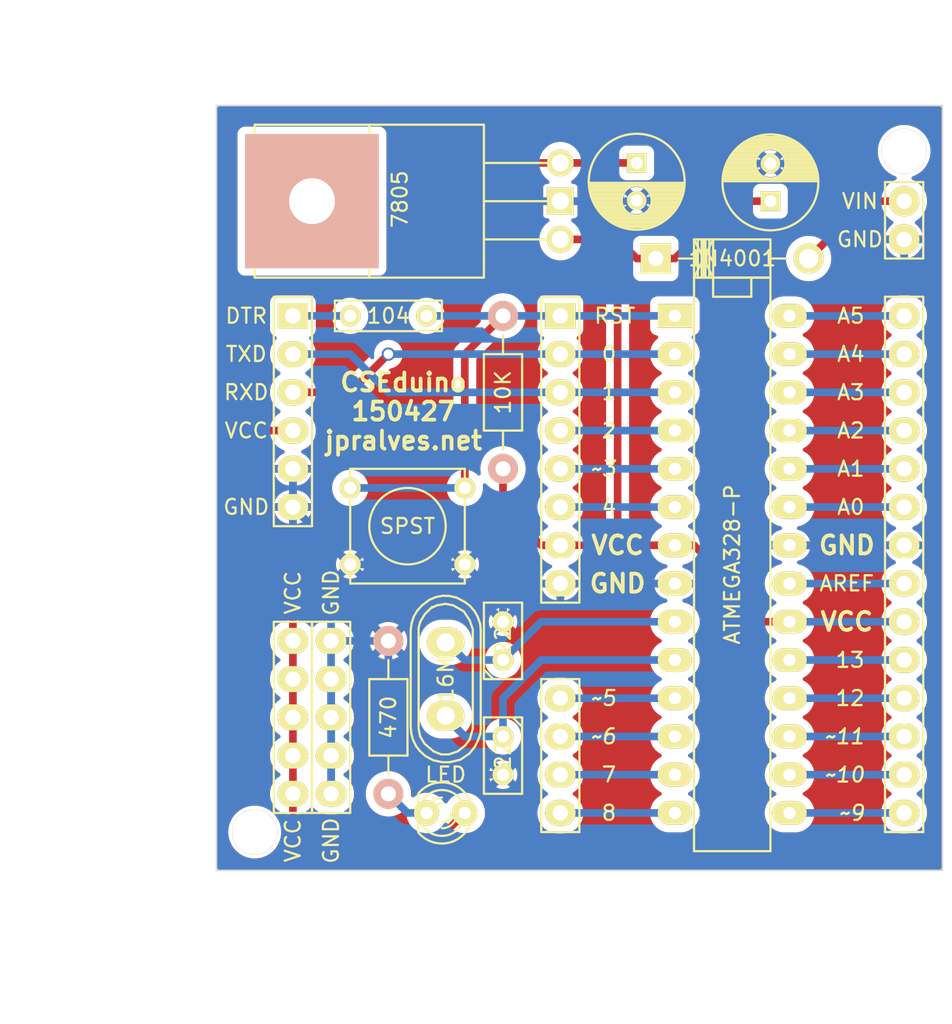
<source format=kicad_pcb>
(kicad_pcb (version 20221018) (generator pcbnew)
  (title_block (title "CSEduino - PCB edition") (date "17-4-2015") (rev "1.2") (company "Joao Alves"))
  (layers (0 "F.Cu" signal) (31 "B.Cu" signal) (36 "B.SilkS" user "B.Silkscreen") (37 "F.SilkS" user "F.Silkscreen") (38 "B.Mask" user) (39 "F.Mask" user) (44 "Edge.Cuts" user))
  (net 0 "")
  (net 1 "GND")
  (net 2 "Net-(C1-Pad1)")
  (net 3 "+5V")
  (net 4 "Net-(C3-Pad1)")
  (net 5 "Net-(C4-Pad1)")
  (net 6 "Net-(C5-Pad1)")
  (net 7 "Net-(C5-Pad2)")
  (net 8 "Net-(D1-Pad1)")
  (net 9 "Net-(IC1-Pad2)")
  (net 10 "Net-(IC1-Pad3)")
  (net 11 "Net-(IC1-Pad4)")
  (net 12 "Net-(IC1-Pad5)")
  (net 13 "Net-(IC1-Pad6)")
  (net 14 "Net-(IC1-Pad11)")
  (net 15 "Net-(IC1-Pad12)")
  (net 16 "Net-(IC1-Pad13)")
  (net 17 "Net-(IC1-Pad14)")
  (net 18 "Net-(IC1-Pad15)")
  (net 19 "Net-(IC1-Pad16)")
  (net 20 "Net-(IC1-Pad17)")
  (net 21 "Net-(IC1-Pad18)")
  (net 22 "Net-(IC1-Pad19)")
  (net 23 "Net-(IC1-Pad21)")
  (net 24 "Net-(IC1-Pad23)")
  (net 25 "Net-(IC1-Pad24)")
  (net 26 "Net-(IC1-Pad25)")
  (net 27 "Net-(IC1-Pad26)")
  (net 28 "Net-(IC1-Pad27)")
  (net 29 "Net-(IC1-Pad28)")
  (net 30 "Net-(D2-Pad2)")
  (footprint "Capacitors_ThroughHole:C_Radial_D6.3_L11.2_P2.5" (layer "F.Cu") (at 69.85 30.48 90)
    (fp_text reference "C1" hide)
    (fp_text value "100uF" hide)
    (pad "1" thru_hole rect (at 0 0 90) (size 1.3 1.3) (drill 0.8) (layers "*.Cu" "*.Mask" "F.SilkS") (net 2 "Net-(C1-Pad1)"))
    (pad "2" thru_hole circle (at 2.5 0 90) (size 1.3 1.3) (drill 0.8) (layers "*.Cu" "*.Mask" "F.SilkS") (net 1 "GND"))
  )
  (footprint "Discret:C1" (layer "F.Cu") (at 52.07 67.31 -90)
    (fp_text reference "C3" hide)
    (fp_text value "22" (at 0 0 270) (layer "F.SilkS"))
    (pad "1" thru_hole circle (at -1.27 0 270) (size 1.397 1.397) (drill 0.8128) (layers "*.Cu" "*.Mask" "F.SilkS") (net 4 "Net-(C3-Pad1)"))
    (pad "2" thru_hole circle (at 1.27 0 270) (size 1.397 1.397) (drill 0.8128) (layers "*.Cu" "*.Mask" "F.SilkS") (net 1 "GND"))
  )
  (footprint "Discret:C1" (layer "F.Cu") (at 52.07 59.69 90)
    (fp_text reference "C4" hide)
    (fp_text value "22" (at 0 0 90) (layer "F.SilkS"))
    (pad "1" thru_hole circle (at -1.27 0 90) (size 1.397 1.397) (drill 0.8128) (layers "*.Cu" "*.Mask" "F.SilkS") (net 5 "Net-(C4-Pad1)"))
    (pad "2" thru_hole circle (at 1.27 0 90) (size 1.397 1.397) (drill 0.8128) (layers "*.Cu" "*.Mask" "F.SilkS") (net 1 "GND"))
  )
  (footprint "Discret:C2" (layer "F.Cu") (at 44.45 38.1 180)
    (fp_text reference "C5" hide)
    (fp_text value "104" (at 0 0 180) (layer "F.SilkS"))
    (pad "1" thru_hole circle (at -2.54 0 180) (size 1.397 1.397) (drill 0.8128) (layers "*.Cu" "*.Mask" "F.SilkS") (net 6 "Net-(C5-Pad1)"))
    (pad "2" thru_hole circle (at 2.54 0 180) (size 1.397 1.397) (drill 0.8128) (layers "*.Cu" "*.Mask" "F.SilkS") (net 7 "Net-(C5-Pad2)"))
  )
  (footprint "LEDs:LED-3MM" (layer "F.Cu") (at 48.26 71.12 180)
    (fp_text reference "D2" hide)
    (fp_text value "LED" (at 0 2.54 180) (layer "F.SilkS"))
    (pad "1" thru_hole circle (at -1.27 0 180) (size 1.6764 1.6764) (drill 0.8128) (layers "*.Cu" "*.Mask" "F.SilkS") (net 3 "+5V"))
    (pad "2" thru_hole circle (at 1.27 0 180) (size 1.6764 1.6764) (drill 0.8128) (layers "*.Cu" "*.Mask" "F.SilkS") (net 30 "Net-(D2-Pad2)"))
  )
  (footprint "Sockets_DIP:DIP-28__300_ELL" (layer "F.Cu") (at 67.31 54.61 -90)
    (fp_text reference "IC1" hide)
    (fp_text value "ATMEGA328-P" (at 0 0 270) (layer "F.SilkS"))
    (pad "1" thru_hole rect (at -16.51 3.81 270) (size 1.5748 2.286) (drill 0.8128) (layers "*.Cu" "*.Mask" "F.SilkS") (net 6 "Net-(C5-Pad1)"))
    (pad "2" thru_hole oval (at -13.97 3.81 270) (size 1.5748 2.286) (drill 0.8128) (layers "*.Cu" "*.Mask" "F.SilkS") (net 9 "Net-(IC1-Pad2)"))
    (pad "3" thru_hole oval (at -11.43 3.81 270) (size 1.5748 2.286) (drill 0.8128) (layers "*.Cu" "*.Mask" "F.SilkS") (net 10 "Net-(IC1-Pad3)"))
    (pad "4" thru_hole oval (at -8.89 3.81 270) (size 1.5748 2.286) (drill 0.8128) (layers "*.Cu" "*.Mask" "F.SilkS") (net 11 "Net-(IC1-Pad4)"))
    (pad "5" thru_hole oval (at -6.35 3.81 270) (size 1.5748 2.286) (drill 0.8128) (layers "*.Cu" "*.Mask" "F.SilkS") (net 12 "Net-(IC1-Pad5)"))
    (pad "6" thru_hole oval (at -3.81 3.81 270) (size 1.5748 2.286) (drill 0.8128) (layers "*.Cu" "*.Mask" "F.SilkS") (net 13 "Net-(IC1-Pad6)"))
    (pad "7" thru_hole oval (at -1.27 3.81 270) (size 1.5748 2.286) (drill 0.8128) (layers "*.Cu" "*.Mask" "F.SilkS") (net 3 "+5V"))
    (pad "8" thru_hole oval (at 1.27 3.81 270) (size 1.5748 2.286) (drill 0.8128) (layers "*.Cu" "*.Mask" "F.SilkS") (net 1 "GND"))
    (pad "9" thru_hole oval (at 3.81 3.81 270) (size 1.5748 2.286) (drill 0.8128) (layers "*.Cu" "*.Mask" "F.SilkS") (net 5 "Net-(C4-Pad1)"))
    (pad "10" thru_hole oval (at 6.35 3.81 270) (size 1.5748 2.286) (drill 0.8128) (layers "*.Cu" "*.Mask" "F.SilkS") (net 4 "Net-(C3-Pad1)"))
    (pad "11" thru_hole oval (at 8.89 3.81 270) (size 1.5748 2.286) (drill 0.8128) (layers "*.Cu" "*.Mask" "F.SilkS") (net 14 "Net-(IC1-Pad11)"))
    (pad "12" thru_hole oval (at 11.43 3.81 270) (size 1.5748 2.286) (drill 0.8128) (layers "*.Cu" "*.Mask" "F.SilkS") (net 15 "Net-(IC1-Pad12)"))
    (pad "13" thru_hole oval (at 13.97 3.81 270) (size 1.5748 2.286) (drill 0.8128) (layers "*.Cu" "*.Mask" "F.SilkS") (net 16 "Net-(IC1-Pad13)"))
    (pad "14" thru_hole oval (at 16.51 3.81 270) (size 1.5748 2.286) (drill 0.8128) (layers "*.Cu" "*.Mask" "F.SilkS") (net 17 "Net-(IC1-Pad14)"))
    (pad "15" thru_hole oval (at 16.51 -3.81 270) (size 1.5748 2.286) (drill 0.8128) (layers "*.Cu" "*.Mask" "F.SilkS") (net 18 "Net-(IC1-Pad15)"))
    (pad "16" thru_hole oval (at 13.97 -3.81 270) (size 1.5748 2.286) (drill 0.8128) (layers "*.Cu" "*.Mask" "F.SilkS") (net 19 "Net-(IC1-Pad16)"))
    (pad "17" thru_hole oval (at 11.43 -3.81 270) (size 1.5748 2.286) (drill 0.8128) (layers "*.Cu" "*.Mask" "F.SilkS") (net 20 "Net-(IC1-Pad17)"))
    (pad "18" thru_hole oval (at 8.89 -3.81 270) (size 1.5748 2.286) (drill 0.8128) (layers "*.Cu" "*.Mask" "F.SilkS") (net 21 "Net-(IC1-Pad18)"))
    (pad "19" thru_hole oval (at 6.35 -3.81 270) (size 1.5748 2.286) (drill 0.8128) (layers "*.Cu" "*.Mask" "F.SilkS") (net 22 "Net-(IC1-Pad19)"))
    (pad "20" thru_hole oval (at 3.81 -3.81 270) (size 1.5748 2.286) (drill 0.8128) (layers "*.Cu" "*.Mask" "F.SilkS") (net 3 "+5V"))
    (pad "21" thru_hole oval (at 1.27 -3.81 270) (size 1.5748 2.286) (drill 0.8128) (layers "*.Cu" "*.Mask" "F.SilkS") (net 23 "Net-(IC1-Pad21)"))
    (pad "22" thru_hole oval (at -1.27 -3.81 270) (size 1.5748 2.286) (drill 0.8128) (layers "*.Cu" "*.Mask" "F.SilkS") (net 1 "GND"))
    (pad "23" thru_hole oval (at -3.81 -3.81 270) (size 1.5748 2.286) (drill 0.8128) (layers "*.Cu" "*.Mask" "F.SilkS") (net 24 "Net-(IC1-Pad23)"))
    (pad "24" thru_hole oval (at -6.35 -3.81 270) (size 1.5748 2.286) (drill 0.8128) (layers "*.Cu" "*.Mask" "F.SilkS") (net 25 "Net-(IC1-Pad24)"))
    (pad "25" thru_hole oval (at -8.89 -3.81 270) (size 1.5748 2.286) (drill 0.8128) (layers "*.Cu" "*.Mask" "F.SilkS") (net 26 "Net-(IC1-Pad25)"))
    (pad "26" thru_hole oval (at -11.43 -3.81 270) (size 1.5748 2.286) (drill 0.8128) (layers "*.Cu" "*.Mask" "F.SilkS") (net 27 "Net-(IC1-Pad26)"))
    (pad "27" thru_hole oval (at -13.97 -3.81 270) (size 1.5748 2.286) (drill 0.8128) (layers "*.Cu" "*.Mask" "F.SilkS") (net 28 "Net-(IC1-Pad27)"))
    (pad "28" thru_hole oval (at -16.51 -3.81 270) (size 1.5748 2.286) (drill 0.8128) (layers "*.Cu" "*.Mask" "F.SilkS") (net 29 "Net-(IC1-Pad28)"))
  )
  (footprint "Pin_Headers:Pin_Header_Straight_1x02" (layer "F.Cu") (at 78.74 30.48)
    (fp_text reference "P1" hide)
    (fp_text value "CONN_01X02" hide)
    (pad "1" thru_hole oval (at 0 0) (size 2.032 2.032) (drill 1.016) (layers "*.Cu" "*.Mask" "F.SilkS") (net 8 "Net-(D1-Pad1)"))
    (pad "2" thru_hole oval (at 0 2.54) (size 2.032 2.032) (drill 1.016) (layers "*.Cu" "*.Mask" "F.SilkS") (net 1 "GND"))
  )
  (footprint "Pin_Headers:Pin_Header_Straight_1x14" (layer "F.Cu") (at 78.74 71.12 180)
    (fp_text reference "P2" hide)
    (fp_text value "CONN_01X14" hide)
    (pad "1" thru_hole oval (at 0 0 180) (size 2.032 1.7272) (drill 1.016) (layers "*.Cu" "*.Mask" "F.SilkS") (net 18 "Net-(IC1-Pad15)"))
    (pad "2" thru_hole oval (at 0 2.54 180) (size 2.032 1.7272) (drill 1.016) (layers "*.Cu" "*.Mask" "F.SilkS") (net 19 "Net-(IC1-Pad16)"))
    (pad "3" thru_hole oval (at 0 5.08 180) (size 2.032 1.7272) (drill 1.016) (layers "*.Cu" "*.Mask" "F.SilkS") (net 20 "Net-(IC1-Pad17)"))
    (pad "4" thru_hole oval (at 0 7.62 180) (size 2.032 1.7272) (drill 1.016) (layers "*.Cu" "*.Mask" "F.SilkS") (net 21 "Net-(IC1-Pad18)"))
    (pad "5" thru_hole oval (at 0 10.16 180) (size 2.032 1.7272) (drill 1.016) (layers "*.Cu" "*.Mask" "F.SilkS") (net 22 "Net-(IC1-Pad19)"))
    (pad "6" thru_hole oval (at 0 12.7 180) (size 2.032 1.7272) (drill 1.016) (layers "*.Cu" "*.Mask" "F.SilkS") (net 3 "+5V"))
    (pad "7" thru_hole oval (at 0 15.24 180) (size 2.032 1.7272) (drill 1.016) (layers "*.Cu" "*.Mask" "F.SilkS") (net 23 "Net-(IC1-Pad21)"))
    (pad "8" thru_hole oval (at 0 17.78 180) (size 2.032 1.7272) (drill 1.016) (layers "*.Cu" "*.Mask" "F.SilkS") (net 1 "GND"))
    (pad "9" thru_hole oval (at 0 20.32 180) (size 2.032 1.7272) (drill 1.016) (layers "*.Cu" "*.Mask" "F.SilkS") (net 24 "Net-(IC1-Pad23)"))
    (pad "10" thru_hole oval (at 0 22.86 180) (size 2.032 1.7272) (drill 1.016) (layers "*.Cu" "*.Mask" "F.SilkS") (net 25 "Net-(IC1-Pad24)"))
    (pad "11" thru_hole oval (at 0 25.4 180) (size 2.032 1.7272) (drill 1.016) (layers "*.Cu" "*.Mask" "F.SilkS") (net 26 "Net-(IC1-Pad25)"))
    (pad "12" thru_hole oval (at 0 27.94 180) (size 2.032 1.7272) (drill 1.016) (layers "*.Cu" "*.Mask" "F.SilkS") (net 27 "Net-(IC1-Pad26)"))
    (pad "13" thru_hole oval (at 0 30.48 180) (size 2.032 1.7272) (drill 1.016) (layers "*.Cu" "*.Mask" "F.SilkS") (net 28 "Net-(IC1-Pad27)"))
    (pad "14" thru_hole oval (at 0 33.02 180) (size 2.032 1.7272) (drill 1.016) (layers "*.Cu" "*.Mask" "F.SilkS") (net 29 "Net-(IC1-Pad28)"))
  )
  (footprint "Pin_Headers:Pin_Header_Straight_1x04" (layer "F.Cu") (at 55.88 63.5)
    (fp_text reference "P3" hide)
    (fp_text value "CONN_01X04" hide)
    (pad "1" thru_hole oval (at 0 0) (size 2.032 1.7272) (drill 1.016) (layers "*.Cu" "*.Mask" "F.SilkS") (net 14 "Net-(IC1-Pad11)"))
    (pad "2" thru_hole oval (at 0 2.54) (size 2.032 1.7272) (drill 1.016) (layers "*.Cu" "*.Mask" "F.SilkS") (net 15 "Net-(IC1-Pad12)"))
    (pad "3" thru_hole oval (at 0 5.08) (size 2.032 1.7272) (drill 1.016) (layers "*.Cu" "*.Mask" "F.SilkS") (net 16 "Net-(IC1-Pad13)"))
    (pad "4" thru_hole oval (at 0 7.62) (size 2.032 1.7272) (drill 1.016) (layers "*.Cu" "*.Mask" "F.SilkS") (net 17 "Net-(IC1-Pad14)"))
  )
  (footprint "Pin_Headers:Pin_Header_Straight_1x08" (layer "F.Cu") (at 55.88 38.1)
    (fp_text reference "P4" hide)
    (fp_text value "CONN_01X08" hide)
    (pad "1" thru_hole rect (at 0 0) (size 2.032 1.7272) (drill 1.016) (layers "*.Cu" "*.Mask" "F.SilkS") (net 6 "Net-(C5-Pad1)"))
    (pad "2" thru_hole oval (at 0 2.54) (size 2.032 1.7272) (drill 1.016) (layers "*.Cu" "*.Mask" "F.SilkS") (net 9 "Net-(IC1-Pad2)"))
    (pad "3" thru_hole oval (at 0 5.08) (size 2.032 1.7272) (drill 1.016) (layers "*.Cu" "*.Mask" "F.SilkS") (net 10 "Net-(IC1-Pad3)"))
    (pad "4" thru_hole oval (at 0 7.62) (size 2.032 1.7272) (drill 1.016) (layers "*.Cu" "*.Mask" "F.SilkS") (net 11 "Net-(IC1-Pad4)"))
    (pad "5" thru_hole oval (at 0 10.16) (size 2.032 1.7272) (drill 1.016) (layers "*.Cu" "*.Mask" "F.SilkS") (net 12 "Net-(IC1-Pad5)"))
    (pad "6" thru_hole oval (at 0 12.7) (size 2.032 1.7272) (drill 1.016) (layers "*.Cu" "*.Mask" "F.SilkS") (net 13 "Net-(IC1-Pad6)"))
    (pad "7" thru_hole oval (at 0 15.24) (size 2.032 1.7272) (drill 1.016) (layers "*.Cu" "*.Mask" "F.SilkS") (net 3 "+5V"))
    (pad "8" thru_hole oval (at 0 17.78) (size 2.032 1.7272) (drill 1.016) (layers "*.Cu" "*.Mask" "F.SilkS") (net 1 "GND"))
  )
  (footprint "Pin_Headers:Pin_Header_Straight_1x06" (layer "F.Cu") (at 38.1 38.1)
    (fp_text reference "P5" hide)
    (fp_text value "CONN_01X06" hide)
    (pad "1" thru_hole rect (at 0 0) (size 2.032 1.7272) (drill 1.016) (layers "*.Cu" "*.Mask" "F.SilkS") (net 7 "Net-(C5-Pad2)"))
    (pad "2" thru_hole oval (at 0 2.54) (size 2.032 1.7272) (drill 1.016) (layers "*.Cu" "*.Mask" "F.SilkS") (net 10 "Net-(IC1-Pad3)"))
    (pad "3" thru_hole oval (at 0 5.08) (size 2.032 1.7272) (drill 1.016) (layers "*.Cu" "*.Mask" "F.SilkS") (net 9 "Net-(IC1-Pad2)"))
    (pad "4" thru_hole oval (at 0 7.62) (size 2.032 1.7272) (drill 1.016) (layers "*.Cu" "*.Mask" "F.SilkS") (net 3 "+5V"))
    (pad "5" thru_hole oval (at 0 10.16) (size 2.032 1.7272) (drill 1.016) (layers "*.Cu" "*.Mask" "F.SilkS") (net 1 "GND"))
    (pad "6" thru_hole oval (at 0 12.7) (size 2.032 1.7272) (drill 1.016) (layers "*.Cu" "*.Mask" "F.SilkS") (net 1 "GND"))
  )
  (footprint "Resistors_ThroughHole:Resistor_Horizontal_RM10mm" (layer "F.Cu") (at 44.45 64.77 90)
    (fp_text reference "R1" hide)
    (fp_text value "470" (at 0 0 90) (layer "F.SilkS"))
    (pad "1" thru_hole circle (at -5.08 0 90) (size 1.99898 1.99898) (drill 1.00076) (layers "*.Cu" "*.SilkS" "*.Mask") (net 30 "Net-(D2-Pad2)"))
    (pad "2" thru_hole circle (at 5.08 0 90) (size 1.99898 1.99898) (drill 1.00076) (layers "*.Cu" "*.SilkS" "*.Mask") (net 1 "GND"))
  )
  (footprint "Resistors_ThroughHole:Resistor_Horizontal_RM10mm" (layer "F.Cu") (at 52.07 43.18 90)
    (fp_text reference "R2" hide)
    (fp_text value "10K" (at 0 0 90) (layer "F.SilkS"))
    (pad "1" thru_hole circle (at -5.08 0 90) (size 1.99898 1.99898) (drill 1.00076) (layers "*.Cu" "*.SilkS" "*.Mask") (net 3 "+5V"))
    (pad "2" thru_hole circle (at 5.08 0 90) (size 1.99898 1.99898) (drill 1.00076) (layers "*.Cu" "*.SilkS" "*.Mask") (net 6 "Net-(C5-Pad1)"))
  )
  (footprint "Discret:SW_PUSH_SMALL" (layer "F.Cu") (at 45.72 52.07)
    (fp_text reference "SW1" hide)
    (fp_text value "SPST" (at 0 0) (layer "F.SilkS"))
    (pad "1" thru_hole circle (at -3.81 -2.54) (size 1.397 1.397) (drill 0.8128) (layers "*.Cu" "*.Mask" "F.SilkS") (net 6 "Net-(C5-Pad1)"))
    (pad "1" thru_hole circle (at 3.81 -2.54) (size 1.397 1.397) (drill 0.8128) (layers "*.Cu" "*.Mask" "F.SilkS") (net 6 "Net-(C5-Pad1)"))
    (pad "2" thru_hole circle (at -3.81 2.54) (size 1.397 1.397) (drill 0.8128) (layers "*.Cu" "*.Mask" "F.SilkS") (net 1 "GND"))
    (pad "2" thru_hole circle (at 3.81 2.54) (size 1.397 1.397) (drill 0.8128) (layers "*.Cu" "*.Mask" "F.SilkS") (net 1 "GND"))
  )
  (footprint "Discret:LM78XX" (layer "F.Cu") (at 55.88 30.48 180)
    (fp_text reference "U1" hide)
    (fp_text value "7805" (at 10.668 0.127 270) (layer "F.SilkS"))
    (pad "4" thru_hole rect (at 16.51 0 180) (size 8.89 8.89) (drill 3.048) (layers "*.Cu" "*.SilkS" "*.Mask"))
    (pad "GND" thru_hole rect (at 0 0 180) (size 1.778 1.778) (drill 1.143) (layers "*.Cu" "*.Mask" "F.SilkS") (net 1 "GND"))
    (pad "VI" thru_hole circle (at 0 -2.54 180) (size 1.778 1.778) (drill 1.143) (layers "*.Cu" "*.Mask" "F.SilkS") (net 2 "Net-(C1-Pad1)"))
    (pad "VO" thru_hole circle (at 0 2.54 180) (size 1.778 1.778) (drill 1.143) (layers "*.Cu" "*.Mask" "F.SilkS") (net 3 "+5V"))
  )
  (footprint "Crystal_HC50-U_Vertical" (layer "F.Cu") (at 48.26 62.23 90)
    (fp_text reference "X1" hide)
    (fp_text value "16M" (at 0 0 90) (layer "F.SilkS"))
    (pad "1" thru_hole oval (at -2.44094 0 90) (size 1.99898 2.49936) (drill 1.19888) (layers "*.Cu" "*.Mask" "F.SilkS") (net 4 "Net-(C3-Pad1)"))
    (pad "2" thru_hole oval (at 2.44094 0 90) (size 1.99898 2.49936) (drill 1.19888) (layers "*.Cu" "*.Mask" "F.SilkS") (net 5 "Net-(C4-Pad1)"))
  )
  (footprint "Capacitors_ThroughHole:C_Radial_D6.3_L11.2_P2.5" (layer "F.Cu") (at 60.96 27.94 -90)
    (fp_text reference "C2" hide)
    (fp_text value "100uF" hide)
    (pad "1" thru_hole rect (at 0 0 270) (size 1.3 1.3) (drill 0.8) (layers "*.Cu" "*.Mask" "F.SilkS") (net 3 "+5V"))
    (pad "2" thru_hole circle (at 2.5 0 270) (size 1.3 1.3) (drill 0.8) (layers "*.Cu" "*.Mask" "F.SilkS") (net 1 "GND"))
  )
  (footprint "Diodes_ThroughHole:Diode_DO-41_SOD81_Horizontal_RM10" (layer "F.Cu") (at 67.31 34.29 180)
    (fp_text reference "D1" hide)
    (fp_text value "1N4001" (at 0 0 180) (layer "F.SilkS"))
    (pad "1" thru_hole circle (at -5.08 0 180) (size 1.99898 1.99898) (drill 1.27) (layers "*.Cu" "*.Mask" "F.SilkS") (net 8 "Net-(D1-Pad1)"))
    (pad "2" thru_hole rect (at 5.08 0 180) (size 1.99898 1.99898) (drill 1.00076) (layers "*.Cu" "*.Mask" "F.SilkS") (net 2 "Net-(C1-Pad1)"))
  )
  (footprint "Pin_Headers:Pin_Header_Straight_1x05" (layer "F.Cu") (at 38.1 59.69)
    (fp_text reference "REF**" hide)
    (fp_text value "VCC" (at 0 -3.2 90) (layer "F.SilkS"))
    (pad "1" thru_hole oval (at 0 0) (size 2.032 1.7272) (drill 1.016) (layers "*.Cu" "*.Mask" "F.SilkS"))
    (pad "2" thru_hole oval (at 0 2.54) (size 2.032 1.7272) (drill 1.016) (layers "*.Cu" "*.Mask" "F.SilkS"))
    (pad "3" thru_hole oval (at 0 5.08) (size 2.032 1.7272) (drill 1.016) (layers "*.Cu" "*.Mask" "F.SilkS"))
    (pad "4" thru_hole oval (at 0 7.62) (size 2.032 1.7272) (drill 1.016) (layers "*.Cu" "*.Mask" "F.SilkS"))
    (pad "5" thru_hole oval (at 0 10.16) (size 2.032 1.7272) (drill 1.016) (layers "*.Cu" "*.Mask" "F.SilkS"))
  )
  (footprint "Pin_Headers:Pin_Header_Straight_1x05" (layer "F.Cu") (at 40.64 59.69)
    (fp_text reference "REF**" hide)
    (fp_text value "GND" (at 0 -3.2 90) (layer "F.SilkS"))
    (pad "1" thru_hole oval (at 0 0) (size 2.032 1.7272) (drill 1.016) (layers "*.Cu" "*.Mask" "F.SilkS"))
    (pad "2" thru_hole oval (at 0 2.54) (size 2.032 1.7272) (drill 1.016) (layers "*.Cu" "*.Mask" "F.SilkS"))
    (pad "3" thru_hole oval (at 0 5.08) (size 2.032 1.7272) (drill 1.016) (layers "*.Cu" "*.Mask" "F.SilkS"))
    (pad "4" thru_hole oval (at 0 7.62) (size 2.032 1.7272) (drill 1.016) (layers "*.Cu" "*.Mask" "F.SilkS"))
    (pad "5" thru_hole oval (at 0 10.16) (size 2.032 1.7272) (drill 1.016) (layers "*.Cu" "*.Mask" "F.SilkS"))
  )
  (footprint "Mounting_Holes:MountingHole_3mm" (layer "F.Cu") (at 78.74 26.67)
    (fp_text reference "REF**" hide)
    (fp_text value "MountingHole_3mm" hide)
    (pad "" thru_hole circle (at 0 0.5) (size 3 3) (drill 3) (layers))
  )
  (footprint "Mounting_Holes:MountingHole_3mm" (layer "F.Cu") (at 35.56 72.39)
    (fp_text reference "REF**" hide)
    (fp_text value "MountingHole_3mm" hide)
    (pad "" thru_hole circle (at 0 0) (size 3 3) (drill 3) (layers))
  )
  (gr_line (start 33.02 74.93) (end 33.02 24.13) (stroke (width 0.1)) (layer "Edge.Cuts"))
  (gr_line (start 81.28 24.13) (end 81.28 74.93) (stroke (width 0.1)) (layer "Edge.Cuts"))
  (gr_line (start 81.28 74.93) (end 33.02 74.93) (stroke (width 0.1)) (layer "Edge.Cuts"))
  (gr_line (start 33.02 24.13) (end 81.28 24.13) (stroke (width 0.1)) (layer "Edge.Cuts"))
  (gr_text "7" (at 59.69 68.58) (layer "F.SilkS") (effects (font (size 1 1)) (justify right)))
  (gr_text "GND" (at 75.8 33.02) (layer "F.SilkS") (effects (font (size 1 1))))
  (gr_text "A0" (at 76.2 50.8) (layer "F.SilkS") (effects (font (size 1 1)) (justify right)))
  (gr_text "GND" (at 59.69 55.88) (layer "F.SilkS") (effects (font (size 1.2 1.2) (thickness 0.25))))
  (gr_text "VIN" (at 75.8 30.48) (layer "F.SilkS") (effects (font (size 1 1))))
  (gr_text "~5" (at 59.69 63.5) (layer "F.SilkS") (effects (font (size 1 1) (thickness 0.15) italic) (justify right)))
  (gr_text "A1" (at 76.2 48.26) (layer "F.SilkS") (effects (font (size 1 1)) (justify right)))
  (gr_text "~10" (at 76.2 68.58) (layer "F.SilkS") (effects (font (size 1 1) (thickness 0.15) italic) (justify right)))
  (gr_text "RST" (at 60.96 38.1) (layer "F.SilkS") (effects (font (size 1 1)) (justify right)))
  (gr_text "~3" (at 59.69 48.26) (layer "F.SilkS") (effects (font (size 1 1) (thickness 0.15) italic) (justify right)))
  (gr_text "A3" (at 76.2 43.18) (layer "F.SilkS") (effects (font (size 1 1)) (justify right)))
  (gr_text "RXD" (at 35 43.18) (layer "F.SilkS") (effects (font (size 1 1))))
  (gr_text "VCC" (at 74.93 58.42) (layer "F.SilkS") (effects (font (size 1.2 1.2) (thickness 0.25))))
  (gr_text "1" (at 59.69 43.18) (layer "F.SilkS") (effects (font (size 1 1)) (justify right)))
  (gr_text "A2" (at 76.2 45.72) (layer "F.SilkS") (effects (font (size 1 1)) (justify right)))
  (gr_text "AREF" (at 74.93 55.88) (layer "F.SilkS") (effects (font (size 1 1))))
  (gr_text "GND" (at 35 50.8) (layer "F.SilkS") (effects (font (size 1 1))))
  (gr_text "2" (at 59.69 45.72) (layer "F.SilkS") (effects (font (size 1 1)) (justify right)))
  (gr_text "4" (at 59.69 50.8) (layer "F.SilkS") (effects (font (size 1 1)) (justify right)))
  (gr_text "A5" (at 76.2 38.1) (layer "F.SilkS") (effects (font (size 1 1)) (justify right)))
  (gr_text "~6" (at 59.69 66.04) (layer "F.SilkS") (effects (font (size 1 1) (thickness 0.15) italic) (justify right)))
  (gr_text "VCC" (at 59.69 53.34) (layer "F.SilkS") (effects (font (size 1.2 1.2) (thickness 0.25))))
  (gr_text "GND" (at 40.64 72.96 90) (layer "F.SilkS") (effects (font (size 1 1))))
  (gr_text "DTR" (at 35 38.1) (layer "F.SilkS") (effects (font (size 1 1))))
  (gr_text "GND" (at 74.93 53.34) (layer "F.SilkS") (effects (font (size 1.2 1.2) (thickness 0.25))))
  (gr_text "VCC" (at 35 45.72) (layer "F.SilkS") (effects (font (size 1 1))))
  (gr_text "~11" (at 76.2 66.04) (layer "F.SilkS") (effects (font (size 1 1) (thickness 0.15) italic) (justify right)))
  (gr_text "VCC" (at 38.1 72.96 90) (layer "F.SilkS") (effects (font (size 1 1))))
  (gr_text "~9" (at 76.2 71.12) (layer "F.SilkS") (effects (font (size 1 1) (thickness 0.15) italic) (justify right)))
  (gr_text "13" (at 76.2 60.96) (layer "F.SilkS") (effects (font (size 1 1)) (justify right)))
  (gr_text "A4" (at 76.2 40.64) (layer "F.SilkS") (effects (font (size 1 1)) (justify right)))
  (gr_text "12" (at 76.2 63.5) (layer "F.SilkS") (effects (font (size 1 1)) (justify right)))
  (gr_text "TXD" (at 35 40.64) (layer "F.SilkS") (effects (font (size 1 1))))
  (gr_text "CSEduino\n150427\njpralves.net" (at 45.45 44.45) (layer "F.SilkS") (effects (font (size 1.2 1.2) (thickness 0.25))))
  (gr_text "0" (at 59.69 40.64) (layer "F.SilkS") (effects (font (size 1 1)) (justify right)))
  (gr_text "8" (at 59.69 71.12) (layer "F.SilkS") (effects (font (size 1 1)) (justify right)))
  (segment (start 49.53 54.61) (end 49.53 54.61) (width 0.508) (layer "B.Cu") (net 1))
  (segment (start 40.64 67.31) (end 40.64 64.77) (width 0.508) (layer "B.Cu") (net 1))
  (segment (start 40.64 64.77) (end 40.64 62.23) (width 0.508) (layer "B.Cu") (net 1))
  (segment (start 63.5 55.88) (end 55.88 55.88) (width 0.508) (layer "B.Cu") (net 1))
  (segment (start 55.88 55.88) (end 50.8 55.88) (width 0.508) (layer "B.Cu") (net 1))
  (segment (start 50.8 55.88) (end 52.07 57.15) (width 0.508) (layer "B.Cu") (net 1))
  (segment (start 52.07 57.15) (end 52.07 58.42) (width 0.508) (layer "B.Cu") (net 1))
  (segment (start 49.53 54.61) (end 41.91 54.61) (width 0.508) (layer "B.Cu") (net 1))
  (segment (start 38.1 50.8) (end 38.1 48.26) (width 0.508) (layer "B.Cu") (net 1))
  (segment (start 67.31 55.88) (end 69.85 53.34) (width 0.508) (layer "B.Cu") (net 1))
  (segment (start 44.45 66.04) (end 46.99 68.58) (width 0.508) (layer "B.Cu") (net 1))
  (segment (start 46.99 68.58) (end 52.07 68.58) (width 0.508) (layer "B.Cu") (net 1))
  (segment (start 76.2 33.02) (end 72.43 27.98) (width 0.508) (layer "B.Cu") (net 1))
  (segment (start 72.43 27.98) (end 66.08 27.98) (width 0.508) (layer "B.Cu") (net 1))
  (segment (start 66.08 27.98) (end 63.62 30.44) (width 0.508) (layer "B.Cu") (net 1))
  (segment (start 69.85 53.34) (end 67.31 50.8) (width 0.508) (layer "B.Cu") (net 1))
  (segment (start 67.31 50.8) (end 67.31 34.13) (width 0.508) (layer "B.Cu") (net 1))
  (segment (start 67.31 34.13) (end 63.62 30.44) (width 0.508) (layer "B.Cu") (net 1))
  (segment (start 60.96 30.44) (end 60.92 30.48) (width 0.508) (layer "B.Cu") (net 1))
  (segment (start 60.92 30.48) (end 55.88 30.48) (width 0.508) (layer "B.Cu") (net 1))
  (segment (start 40.64 62.23) (end 40.64 64.77) (width 0.508) (layer "B.Cu") (net 1))
  (segment (start 40.64 64.77) (end 40.64 67.31) (width 0.508) (layer "B.Cu") (net 1))
  (segment (start 40.64 67.31) (end 40.64 69.85) (width 0.508) (layer "B.Cu") (net 1))
  (segment (start 40.64 55.88) (end 40.64 58.42) (width 0.508) (layer "B.Cu") (net 1))
  (segment (start 40.64 58.42) (end 40.64 59.69) (width 0.508) (layer "B.Cu") (net 1))
  (segment (start 40.64 59.69) (end 40.64 62.23) (width 0.508) (layer "B.Cu") (net 1))
  (segment (start 63.62 30.44) (end 60.96 30.44) (width 0.508) (layer "B.Cu") (net 1))
  (segment (start 50.8 55.88) (end 49.53 54.61) (width 0.508) (layer "B.Cu") (net 1))
  (segment (start 78.74 33.02) (end 76.2 33.02) (width 0.508) (layer "B.Cu") (net 1))
  (segment (start 41.91 54.61) (end 40.64 55.88) (width 0.508) (layer "B.Cu") (net 1))
  (segment (start 69.85 27.98) (end 66.08 27.98) (width 0.508) (layer "B.Cu") (net 1))
  (segment (start 63.5 55.88) (end 67.31 55.88) (width 0.508) (layer "B.Cu") (net 1))
  (segment (start 69.85 53.34) (end 78.74 53.34) (width 0.508) (layer "B.Cu") (net 1))
  (segment (start 44.45 59.69) (end 40.64 59.69) (width 0.508) (layer "B.Cu") (net 1))
  (segment (start 44.45 59.69) (end 44.45 66.04) (width 0.508) (layer "B.Cu") (net 1))
  (segment (start 41.91 54.61) (end 38.1 50.8) (width 0.508) (layer "B.Cu") (net 1))
  (segment (start 71.12 53.34) (end 69.85 53.34) (width 0.508) (layer "B.Cu") (net 1))
  (segment (start 40.64 69.85) (end 40.64 67.31) (width 0.508) (layer "B.Cu") (net 1))
  (segment (start 59.69 33.02) (end 60.96 34.29) (width 0.508) (layer "F.Cu") (net 2))
  (segment (start 60.96 34.29) (end 62.23 34.29) (width 0.508) (layer "F.Cu") (net 2))
  (segment (start 63.5 34.29) (end 67.31 30.48) (width 0.508) (layer "F.Cu") (net 2))
  (segment (start 67.31 30.48) (end 69.85 30.48) (width 0.508) (layer "F.Cu") (net 2))
  (segment (start 55.88 33.02) (end 59.69 33.02) (width 0.508) (layer "F.Cu") (net 2))
  (segment (start 62.23 34.29) (end 63.5 34.29) (width 0.508) (layer "F.Cu") (net 2))
  (segment (start 58.42 53.34) (end 59.69 53.34) (width 0.508) (layer "F.Cu") (net 3))
  (segment (start 64.77 53.34) (end 67.31 55.88) (width 0.508) (layer "F.Cu") (net 3))
  (segment (start 67.31 55.88) (end 67.31 57.15) (width 0.508) (layer "F.Cu") (net 3))
  (segment (start 67.31 57.15) (end 68.58 58.42) (width 0.508) (layer "F.Cu") (net 3))
  (segment (start 68.58 58.42) (end 71.12 58.42) (width 0.508) (layer "F.Cu") (net 3))
  (segment (start 53.34 27.94) (end 52.07 29.21) (width 0.508) (layer "F.Cu") (net 3))
  (segment (start 52.07 29.21) (end 52.07 34.29) (width 0.508) (layer "F.Cu") (net 3))
  (segment (start 52.07 34.29) (end 53.34 35.56) (width 0.508) (layer "F.Cu") (net 3))
  (segment (start 53.34 35.56) (end 58.42 35.56) (width 0.508) (layer "F.Cu") (net 3))
  (segment (start 58.42 35.56) (end 59.69 36.83) (width 0.508) (layer "F.Cu") (net 3))
  (segment (start 59.69 36.83) (end 59.69 53.34) (width 0.508) (layer "F.Cu") (net 3))
  (segment (start 59.69 53.34) (end 63.5 53.34) (width 0.508) (layer "F.Cu") (net 3))
  (segment (start 35.56 45.72) (end 35.56 52.07) (width 0.508) (layer "F.Cu") (net 3))
  (segment (start 35.56 52.07) (end 38.1 54.61) (width 0.508) (layer "F.Cu") (net 3))
  (segment (start 38.1 54.61) (end 38.1 72.39) (width 0.508) (layer "F.Cu") (net 3))
  (segment (start 54.61 53.34) (end 53.34 52.07) (width 0.508) (layer "F.Cu") (net 3))
  (segment (start 52.07 50.8) (end 52.07 48.26) (width 0.508) (layer "F.Cu") (net 3))
  (segment (start 40.64 52.07) (end 53.34 52.07) (width 0.508) (layer "F.Cu") (net 3))
  (segment (start 53.34 52.07) (end 52.07 50.8) (width 0.508) (layer "F.Cu") (net 3))
  (segment (start 39.37 73.66) (end 46.99 73.66) (width 0.508) (layer "F.Cu") (net 3))
  (segment (start 46.99 73.66) (end 48.26 72.39) (width 0.508) (layer "F.Cu") (net 3))
  (segment (start 48.26 72.39) (end 49.53 71.12) (width 0.508) (layer "F.Cu") (net 3))
  (segment (start 38.1 45.72) (end 35.56 45.72) (width 0.508) (layer "F.Cu") (net 3))
  (segment (start 63.5 53.34) (end 64.77 53.34) (width 0.508) (layer "F.Cu") (net 3))
  (segment (start 55.88 27.94) (end 60.96 27.94) (width 0.508) (layer "F.Cu") (net 3))
  (segment (start 38.1 72.39) (end 39.37 73.66) (width 0.508) (layer "F.Cu") (net 3))
  (segment (start 55.88 53.34) (end 54.61 53.34) (width 0.508) (layer "F.Cu") (net 3))
  (segment (start 55.88 27.94) (end 53.34 27.94) (width 0.508) (layer "F.Cu") (net 3))
  (segment (start 38.1 54.61) (end 40.64 52.07) (width 0.508) (layer "F.Cu") (net 3))
  (segment (start 58.42 53.34) (end 55.88 53.34) (width 0.508) (layer "F.Cu") (net 3))
  (via (at 71.12 58.42) (size 0.889) (drill 0.635) (layers "F.Cu" "B.Cu") (net 3))
  (segment (start 71.12 58.42) (end 78.74 58.42) (width 0.508) (layer "B.Cu") (net 3))
  (segment (start 52.07 66.04) (end 52.07 63.5) (width 0.508) (layer "B.Cu") (net 4))
  (segment (start 52.07 63.5) (end 54.61 60.96) (width 0.508) (layer "B.Cu") (net 4))
  (segment (start 54.61 60.96) (end 63.5 60.96) (width 0.508) (layer "B.Cu") (net 4))
  (segment (start 49.53 66.04) (end 48.26 64.77) (width 0.508) (layer "B.Cu") (net 4))
  (segment (start 48.26 64.77) (end 48.26 64.67094) (width 0.508) (layer "B.Cu") (net 4))
  (segment (start 52.07 66.04) (end 49.53 66.04) (width 0.508) (layer "B.Cu") (net 4))
  (segment (start 51.97094 61.05906) (end 52.07 60.96) (width 0.508) (layer "B.Cu") (net 5))
  (segment (start 54.61 58.42) (end 52.07 60.96) (width 0.508) (layer "B.Cu") (net 5))
  (segment (start 49.53 60.96) (end 48.35906 59.78906) (width 0.508) (layer "B.Cu") (net 5))
  (segment (start 48.35906 59.78906) (end 48.26 59.78906) (width 0.508) (layer "B.Cu") (net 5))
  (segment (start 63.5 58.42) (end 54.61 58.42) (width 0.508) (layer "B.Cu") (net 5))
  (segment (start 52.07 60.96) (end 49.53 60.96) (width 0.508) (layer "B.Cu") (net 5))
  (segment (start 52.07 60.96) (end 52.07 60.96) (width 0.508) (layer "B.Cu") (net 5))
  (segment (start 49.53 40.64) (end 49.53 49.53) (width 0.508) (layer "F.Cu") (net 6))
  (segment (start 52.07 38.1) (end 49.53 40.64) (width 0.508) (layer "F.Cu") (net 6))
  (segment (start 52.07 38.1) (end 55.88 38.1) (width 0.508) (layer "B.Cu") (net 6))
  (segment (start 55.88 38.1) (end 63.5 38.1) (width 0.508) (layer "B.Cu") (net 6))
  (segment (start 41.91 49.53) (end 49.53 49.53) (width 0.508) (layer "B.Cu") (net 6))
  (segment (start 52.07 38.1) (end 46.99 38.1) (width 0.508) (layer "B.Cu") (net 6))
  (segment (start 38.1 38.1) (end 41.91 38.1) (width 0.508) (layer "B.Cu") (net 7))
  (segment (start 76.2 30.48) (end 72.39 34.29) (width 0.508) (layer "F.Cu") (net 8))
  (segment (start 78.74 30.48) (end 76.2 30.48) (width 0.508) (layer "F.Cu") (net 8))
  (segment (start 44.45 40.64) (end 41.91 43.18) (width 0.508) (layer "F.Cu") (net 9))
  (segment (start 41.91 43.18) (end 38.1 43.18) (width 0.508) (layer "F.Cu") (net 9))
  (via (at 44.45 40.64) (size 0.889) (drill 0.635) (layers "F.Cu" "B.Cu") (net 9))
  (segment (start 55.88 40.64) (end 63.5 40.64) (width 0.508) (layer "B.Cu") (net 9))
  (segment (start 55.88 40.64) (end 44.45 40.64) (width 0.508) (layer "B.Cu") (net 9))
  (segment (start 41.91 40.64) (end 44.45 43.18) (width 0.508) (layer "B.Cu") (net 10))
  (segment (start 44.45 43.18) (end 55.88 43.18) (width 0.508) (layer "B.Cu") (net 10))
  (segment (start 55.88 43.18) (end 63.5 43.18) (width 0.508) (layer "B.Cu") (net 10))
  (segment (start 38.1 40.64) (end 41.91 40.64) (width 0.508) (layer "B.Cu") (net 10))
  (segment (start 55.88 45.72) (end 63.5 45.72) (width 0.508) (layer "B.Cu") (net 11))
  (segment (start 55.88 48.26) (end 63.5 48.26) (width 0.508) (layer "B.Cu") (net 12))
  (segment (start 55.88 50.8) (end 63.5 50.8) (width 0.508) (layer "B.Cu") (net 13))
  (segment (start 55.88 63.5) (end 63.5 63.5) (width 0.508) (layer "B.Cu") (net 14))
  (segment (start 55.88 66.04) (end 63.5 66.04) (width 0.508) (layer "B.Cu") (net 15))
  (segment (start 55.88 68.58) (end 63.5 68.58) (width 0.508) (layer "B.Cu") (net 16))
  (segment (start 55.88 71.12) (end 63.5 71.12) (width 0.508) (layer "B.Cu") (net 17))
  (segment (start 71.12 71.12) (end 78.74 71.12) (width 0.508) (layer "B.Cu") (net 18))
  (segment (start 71.12 68.58) (end 78.74 68.58) (width 0.508) (layer "B.Cu") (net 19))
  (segment (start 71.12 66.04) (end 78.74 66.04) (width 0.508) (layer "B.Cu") (net 20))
  (segment (start 71.12 63.5) (end 78.74 63.5) (width 0.508) (layer "B.Cu") (net 21))
  (segment (start 71.12 60.96) (end 78.74 60.96) (width 0.508) (layer "B.Cu") (net 22))
  (segment (start 71.12 55.88) (end 78.74 55.88) (width 0.508) (layer "B.Cu") (net 23))
  (segment (start 71.12 50.8) (end 78.74 50.8) (width 0.508) (layer "B.Cu") (net 24))
  (segment (start 71.12 48.26) (end 78.74 48.26) (width 0.508) (layer "B.Cu") (net 25))
  (segment (start 71.12 45.72) (end 78.74 45.72) (width 0.508) (layer "B.Cu") (net 26))
  (segment (start 71.12 43.18) (end 78.74 43.18) (width 0.508) (layer "B.Cu") (net 27))
  (segment (start 71.12 40.64) (end 78.74 40.64) (width 0.508) (layer "B.Cu") (net 28))
  (segment (start 71.12 38.1) (end 78.74 38.1) (width 0.508) (layer "B.Cu") (net 29))
  (segment (start 44.45 69.85) (end 45.72 71.12) (width 0.508) (layer "B.Cu") (net 30))
  (segment (start 45.72 71.12) (end 46.99 71.12) (width 0.508) (layer "B.Cu") (net 30))
  (segment (start 44.45 69.85) (end 44.45 69.85) (width 0.508) (layer "B.Cu") (net 30))
  (zone (net 1) (net_name "GND") (layer "F.Cu") (connect_pads (clearance 0.254)) (min_thickness 0.254) (fill yes (thermal_gap 0.254) (thermal_bridge_width 0.508))
    (polygon (pts (xy 33.02 24.13) (xy 81.28 24.13) (xy 81.28 74.93) (xy 33.02 74.93)))
  )
  (zone (net 1) (net_name "GND") (layer "B.Cu") (connect_pads (clearance 0.254)) (min_thickness 0.254) (fill yes (thermal_gap 0.254) (thermal_bridge_width 0.508))
    (polygon (pts (xy 33.02 24.13) (xy 81.28 24.13) (xy 81.28 74.93) (xy 33.02 74.93)))
  )
)
</source>
